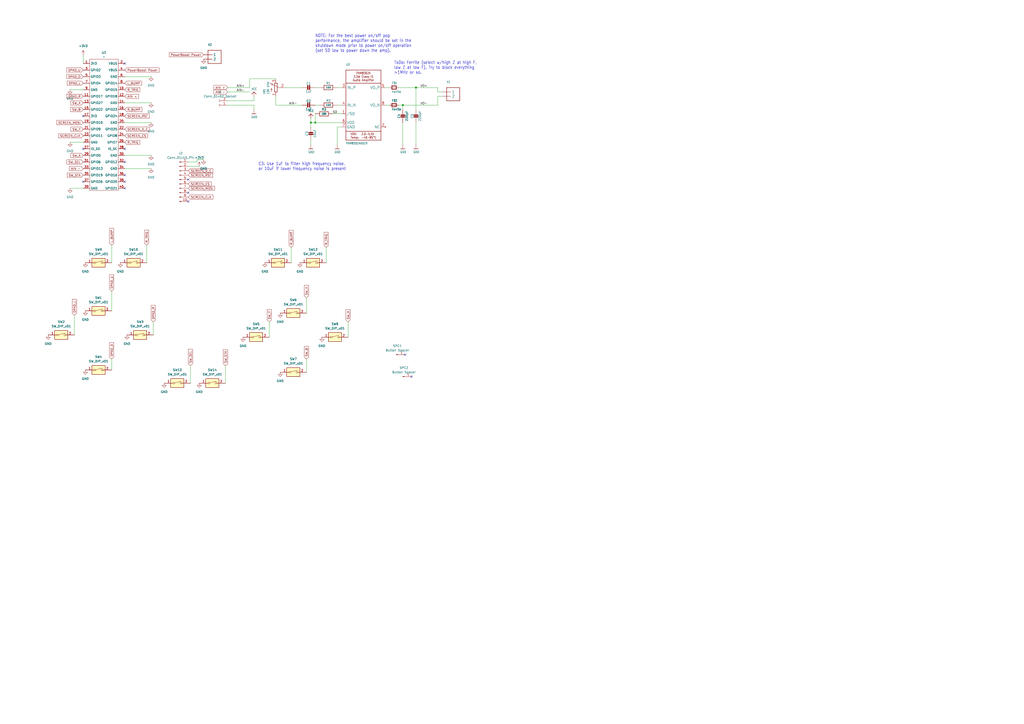
<source format=kicad_sch>
(kicad_sch (version 20250114) (generator "eeschema") (generator_version "9.0")
  (paper "A2")
  (lib_symbols
    (symbol "Adafruit PAM8302-eagle-import:AUDIOAMP_PAM8302A"
      (property "Reference" "U" (at -10.16 22.86 0))
      (symbol "AUDIOAMP_PAM8302A_1_0"
        (polyline (pts (xy -10.16 20.32) (xy 10.16 20.32)) (stroke (width 0.254)))
        (polyline (pts (xy -10.16 12.7) (xy -10.16 20.32)) (stroke (width 0.254)))
        (polyline (pts (xy -10.16 12.7) (xy 10.16 12.7)) (stroke (width 0.254)))
        (polyline (pts (xy -10.16 -15.24) (xy -10.16 12.7)) (stroke (width 0.254)))
        (polyline (pts (xy -10.16 -15.24) (xy -10.16 -20.32)) (stroke (width 0.254)))
        (polyline (pts (xy -10.16 -20.32) (xy 10.16 -20.32)) (stroke (width 0.254)))
        (polyline (pts (xy 10.16 20.32) (xy 10.16 12.7)) (stroke (width 0.254)))
        (polyline (pts (xy 10.16 12.7) (xy 10.16 -15.24)) (stroke (width 0.254)))
        (polyline (pts (xy 10.16 -15.24) (xy -10.16 -15.24)) (stroke (width 0.254)))
        (polyline (pts (xy 10.16 -20.32) (xy 10.16 -15.24)) (stroke (width 0.254)))
        (text "VDD:\nTemp:" (at -7.62 -17.78 0) (effects (font (size 1.27 1.0795)) (justify left)))
        (text "2.0-5.5V\n-40-85°C" (at -1.27 -17.78 0) (effects (font (size 1.27 1.0795)) (justify left)))
        (text "PAM8302A\n2.5W Class-D\nAudio Amplifier" (at 0 16.51 0) (effects (font (size 1.27 1.0795))))
        (pin input line (at -12.7 10.16 0) (length 2.54) (name "IN_P") (number "3"))
        (pin input line (at -12.7 0 0) (length 2.54) (name "IN_N") (number "4"))
        (pin input line (at -12.7 -5.08 0) (length 2.54) (name "/SD") (number "1"))
        (pin power_in line (at -12.7 -10.16 0) (length 2.54) (name "VDD") (number "6"))
        (pin power_in line (at -12.7 -12.7 0) (length 2.54) (name "GND") (number "7"))
        (pin output line (at 12.7 10.16 180) (length 2.54) (name "VO_P") (number "5"))
        (pin output line (at 12.7 0 180) (length 2.54) (name "VO_N") (number "8"))
        (pin no_connect line (at 12.7 -12.7 180) (length 2.54) (name "NC") (number "2"))
      )
    )
    (symbol "Adafruit PAM8302-eagle-import:CAP_CERAMIC0805-NOOUTLINE"
      (property "Reference" "C" (at -2.29 1.25 90))
      (symbol "CAP_CERAMIC0805-NOOUTLINE_1_0"
        (rectangle (start -1.27 1.524) (end 1.27 2.032) (fill (type outline)))
        (rectangle (start -1.27 0.508) (end 1.27 1.016) (fill (type outline)))
        (polyline (pts (xy 0 2.54) (xy 0 1.778)) (stroke (width 0.1524)))
        (polyline (pts (xy 0 0.762) (xy 0 0)) (stroke (width 0.1524)))
        (pin passive line (at 0 5.08 270) (length 2.54) (name "1") (number "1"))
        (pin passive line (at 0 -2.54 90) (length 2.54) (name "2") (number "2"))
      )
    )
    (symbol "Adafruit PAM8302-eagle-import:FERRITE_0805"
      (property "Reference" "FB" (at -1.27 1.905 0))
      (symbol "FERRITE_0805_1_0"
        (polyline (pts (xy -1.27 0.9525) (xy 1.27 0.9525)) (stroke (width 0.4064)))
        (polyline (pts (xy -1.27 -0.9525) (xy -1.27 0.9525)) (stroke (width 0.4064)))
        (polyline (pts (xy 1.27 0.9525) (xy 1.27 -0.9525)) (stroke (width 0.4064)))
        (polyline (pts (xy 1.27 -0.9525) (xy -1.27 -0.9525)) (stroke (width 0.4064)))
        (pin passive line (at -2.54 0 0) (length 2.54) (name "P$1") (number "1"))
        (pin passive line (at 2.54 0 180) (length 2.54) (name "P$2") (number "2"))
      )
    )
    (symbol "Adafruit PAM8302-eagle-import:GND" (power)
      (symbol "GND_1_0"
        (polyline (pts (xy -1.27 0) (xy 1.27 0)) (stroke (width 0.254)))
        (pin power_in line (at 0 2.54 270) (length 2.54) (name "GND") (number "1"))
      )
    )
    (symbol "Adafruit PAM8302-eagle-import:RESISTOR0805_NOOUTLINE"
      (property "Reference" "R" (at 0 2.54 0))
      (symbol "RESISTOR0805_NOOUTLINE_1_0"
        (polyline (pts (xy -2.54 1.27) (xy 2.54 1.27)) (stroke (width 0.254)))
        (polyline (pts (xy -2.54 -1.27) (xy -2.54 1.27)) (stroke (width 0.254)))
        (polyline (pts (xy 2.54 1.27) (xy 2.54 -1.27)) (stroke (width 0.254)))
        (polyline (pts (xy 2.54 -1.27) (xy -2.54 -1.27)) (stroke (width 0.254)))
        (pin passive line (at -5.08 0 0) (length 2.54) (name "1") (number "1"))
        (pin passive line (at 5.08 0 180) (length 2.54) (name "2") (number "2"))
      )
    )
    (symbol "Adafruit PAM8302-eagle-import:TERMBLOCK_1X2"
      (property "Reference" "X" (at -2.54 7.62 0))
      (symbol "TERMBLOCK_1X2_1_0"
        (polyline (pts (xy -2.54 5.08) (xy -2.54 -2.54)) (stroke (width 0.254)))
        (polyline (pts (xy -2.54 -2.54) (xy 5.08 -2.54)) (stroke (width 0.254)))
        (polyline (pts (xy 5.08 5.08) (xy -2.54 5.08)) (stroke (width 0.254)))
        (polyline (pts (xy 5.08 -2.54) (xy 5.08 5.08)) (stroke (width 0.254)))
        (pin passive line (at -5.08 2.54 0) (length 5.08) (name "1") (number "1"))
        (pin passive line (at -5.08 0 0) (length 5.08) (name "2") (number "2"))
      )
    )
    (symbol "Adafruit PAM8302-eagle-import:TRIMPOT3303W/X"
      (property "Reference" "VR" (at -5.969 -3.81 90))
      (symbol "TRIMPOT3303W/X_1_0"
        (polyline (pts (xy -3.1989 2.4495) (xy -1.7018 2.2352)) (stroke (width 0.1524)))
        (polyline (pts (xy -2.54 -0.508) (xy -3.048 -1.524)) (stroke (width 0.1524)))
        (polyline (pts (xy -2.54 -0.508) (xy -2.032 -1.524)) (stroke (width 0.1524)))
        (polyline (pts (xy -2.54 -2.54) (xy -2.54 -0.508)) (stroke (width 0.1524)))
        (polyline (pts (xy -2.1597 1.2939) (xy -3.1989 2.4495)) (stroke (width 0.1524)))
        (polyline (pts (xy -2.1597 1.2939) (xy -1.7018 2.2352)) (stroke (width 0.1524)))
        (polyline (pts (xy -0.762 2.54) (xy -0.762 -2.54)) (stroke (width 0.254)))
        (polyline (pts (xy -0.762 -2.54) (xy 0.762 -2.54)) (stroke (width 0.254)))
        (polyline (pts (xy 0.762 2.54) (xy -0.762 2.54)) (stroke (width 0.254)))
        (polyline (pts (xy 0.762 -2.54) (xy 0.762 2.54)) (stroke (width 0.254)))
        (polyline (pts (xy 1.651 0) (xy -1.8796 1.7526)) (stroke (width 0.1524)))
        (polyline (pts (xy 2.54 0) (xy 1.651 0)) (stroke (width 0.1524)))
        (pin passive line (at 0 5.08 270) (length 2.54) (name "E") (number "3"))
        (pin passive line (at 0 -5.08 90) (length 2.54) (name "A") (number "1"))
        (pin passive line (at 5.08 0 180) (length 2.54) (name "S") (number "2"))
      )
    )
    (symbol "Adafruit PAM8302-eagle-import:VCC" (power)
      (symbol "VCC_1_0"
        (polyline (pts (xy -1.27 -1.27) (xy 0 0)) (stroke (width 0.254)))
        (polyline (pts (xy 0 0) (xy 1.27 -1.27)) (stroke (width 0.254)))
        (pin power_in line (at 0 -2.54 90) (length 2.54) (name "VCC") (number "1"))
      )
    )
    (symbol "Connector:Conn_01x01_Pin" (pin_names (offset 1.016) (hide yes))
      (property "Reference" "J" (at 0 2.54 0))
      (property "Value" "Conn_01x01_Pin" (at 0 -2.54 0))
      (symbol "Conn_01x01_Pin_1_1"
        (rectangle (start 0.8636 0.127) (end 0 -0.127) (stroke (width 0.1524)) (fill (type outline)))
        (polyline (pts (xy 1.27 0) (xy 0.8636 0)) (stroke (width 0.1524)))
        (pin passive line (at 5.08 0 180) (length 3.81) (name "Pin_1") (number "1"))
      )
    )
    (symbol "Connector:Conn_01x02_Socket" (pin_names (offset 1.016) (hide yes))
      (property "Reference" "J" (at 0 2.54 0))
      (property "Value" "Conn_01x02_Socket" (at 0 -5.08 0))
      (symbol "Conn_01x02_Socket_1_1"
        (polyline (pts (xy -1.27 0) (xy -0.508 0)) (stroke (width 0.1524)))
        (polyline (pts (xy -1.27 -2.54) (xy -0.508 -2.54)) (stroke (width 0.1524)))
        (arc (start 0 -0.508) (mid -0.5058 0) (end 0 0.508) (stroke (width 0.1524)))
        (arc (start 0 -3.048) (mid -0.5058 -2.54) (end 0 -2.032) (stroke (width 0.1524)))
        (pin passive line (at -5.08 0 0) (length 3.81) (name "Pin_1") (number "1"))
        (pin passive line (at -5.08 -2.54 0) (length 3.81) (name "Pin_2") (number "2"))
      )
    )
    (symbol "Connector:Conn_01x10_Pin" (pin_names (offset 1.016) (hide yes))
      (property "Reference" "J" (at 0 12.7 0))
      (property "Value" "Conn_01x10_Pin" (at 0 -15.24 0))
      (symbol "Conn_01x10_Pin_1_1"
        (rectangle (start 0.8636 10.287) (end 0 10.033) (stroke (width 0.1524)) (fill (type outline)))
        (rectangle (start 0.8636 7.747) (end 0 7.493) (stroke (width 0.1524)) (fill (type outline)))
        (rectangle (start 0.8636 5.207) (end 0 4.953) (stroke (width 0.1524)) (fill (type outline)))
        (rectangle (start 0.8636 2.667) (end 0 2.413) (stroke (width 0.1524)) (fill (type outline)))
        (rectangle (start 0.8636 0.127) (end 0 -0.127) (stroke (width 0.1524)) (fill (type outline)))
        (rectangle (start 0.8636 -2.413) (end 0 -2.667) (stroke (width 0.1524)) (fill (type outline)))
        (rectangle (start 0.8636 -4.953) (end 0 -5.207) (stroke (width 0.1524)) (fill (type outline)))
        (rectangle (start 0.8636 -7.493) (end 0 -7.747) (stroke (width 0.1524)) (fill (type outline)))
        (rectangle (start 0.8636 -10.033) (end 0 -10.287) (stroke (width 0.1524)) (fill (type outline)))
        (rectangle (start 0.8636 -12.573) (end 0 -12.827) (stroke (width 0.1524)) (fill (type outline)))
        (polyline (pts (xy 1.27 10.16) (xy 0.8636 10.16)) (stroke (width 0.1524)))
        (polyline (pts (xy 1.27 7.62) (xy 0.8636 7.62)) (stroke (width 0.1524)))
        (polyline (pts (xy 1.27 5.08) (xy 0.8636 5.08)) (stroke (width 0.1524)))
        (polyline (pts (xy 1.27 2.54) (xy 0.8636 2.54)) (stroke (width 0.1524)))
        (polyline (pts (xy 1.27 0) (xy 0.8636 0)) (stroke (width 0.1524)))
        (polyline (pts (xy 1.27 -2.54) (xy 0.8636 -2.54)) (stroke (width 0.1524)))
        (polyline (pts (xy 1.27 -5.08) (xy 0.8636 -5.08)) (stroke (width 0.1524)))
        (polyline (pts (xy 1.27 -7.62) (xy 0.8636 -7.62)) (stroke (width 0.1524)))
        (polyline (pts (xy 1.27 -10.16) (xy 0.8636 -10.16)) (stroke (width 0.1524)))
        (polyline (pts (xy 1.27 -12.7) (xy 0.8636 -12.7)) (stroke (width 0.1524)))
        (pin passive line (at 5.08 10.16 180) (length 3.81) (name "Pin_1") (number "1"))
        (pin passive line (at 5.08 7.62 180) (length 3.81) (name "Pin_2") (number "2"))
        (pin passive line (at 5.08 5.08 180) (length 3.81) (name "Pin_3") (number "3"))
        (pin passive line (at 5.08 2.54 180) (length 3.81) (name "Pin_4") (number "4"))
        (pin passive line (at 5.08 0 180) (length 3.81) (name "Pin_5") (number "5"))
        (pin passive line (at 5.08 -2.54 180) (length 3.81) (name "Pin_6") (number "6"))
        (pin passive line (at 5.08 -5.08 180) (length 3.81) (name "Pin_7") (number "7"))
        (pin passive line (at 5.08 -7.62 180) (length 3.81) (name "Pin_8") (number "8"))
        (pin passive line (at 5.08 -10.16 180) (length 3.81) (name "Pin_9") (number "9"))
        (pin passive line (at 5.08 -12.7 180) (length 3.81) (name "Pin_10") (number "10"))
      )
    )
    (symbol "Switch:SW_DIP_x01" (pin_names (offset 0) (hide yes))
      (property "Reference" "SW" (at 0 3.81 0))
      (property "Value" "SW_DIP_x01" (at 0 -3.81 0))
      (symbol "SW_DIP_x01_0_0"
        (circle (center -2.032 0) (radius 0.508))
        (polyline (pts (xy -1.524 0.127) (xy 2.3622 1.1684)))
        (circle (center 2.032 0) (radius 0.508))
      )
      (symbol "SW_DIP_x01_0_1"
        (rectangle (start -3.81 2.54) (end 3.81 -2.54) (stroke (width 0.254)) (fill (type background)))
      )
      (symbol "SW_DIP_x01_1_1"
        (pin passive line (at -7.62 0 0) (length 5.08) (name "~") (number "1"))
        (pin passive line (at 7.62 0 180) (length 5.08) (name "~") (number "2"))
      )
    )
    (symbol "pi_zero_connector:RPI_Zero_Header"
      (property "Reference" "U" (at 0 0 0))
      (symbol "RPI_Zero_Header_0_1"
        (rectangle (start -6.35 19.05) (end 10.16 -57.15))
      )
      (symbol "RPI_Zero_Header_1_1"
        (pin passive line (at -10.16 16.51 0) (length 3.81) (name "3V3") (number "1"))
        (pin passive line (at -10.16 12.7 0) (length 3.81) (name "GPIO2") (number "3"))
        (pin passive line (at -10.16 8.89 0) (length 3.81) (name "GPIO3") (number "5"))
        (pin passive line (at -10.16 5.08 0) (length 3.81) (name "GPIO4") (number "7"))
        (pin passive line (at -10.16 1.27 0) (length 3.81) (name "GND") (number "9"))
        (pin passive line (at -10.16 -2.54 0) (length 3.81) (name "GPIO17") (number "11"))
        (pin passive line (at -10.16 -6.35 0) (length 3.81) (name "GPIO27") (number "13"))
        (pin passive line (at -10.16 -10.16 0) (length 3.81) (name "GPIO22") (number "15"))
        (pin passive line (at -10.16 -13.97 0) (length 3.81) (name "3V3") (number "17"))
        (pin passive line (at -10.16 -17.78 0) (length 3.81) (name "GPIO10") (number "19"))
        (pin passive line (at -10.16 -21.59 0) (length 3.81) (name "GPIO9") (number "21"))
        (pin passive line (at -10.16 -25.4 0) (length 3.81) (name "GPIO11") (number "23"))
        (pin passive line (at -10.16 -29.21 0) (length 3.81) (name "GND") (number "25"))
        (pin passive line (at -10.16 -33.02 0) (length 3.81) (name "ID_SD") (number "27"))
        (pin passive line (at -10.16 -36.83 0) (length 3.81) (name "GPIO5") (number "29"))
        (pin passive line (at -10.16 -40.64 0) (length 3.81) (name "GPIO6") (number "31"))
        (pin passive line (at -10.16 -44.45 0) (length 3.81) (name "GPIO13") (number "33"))
        (pin passive line (at -10.16 -48.26 0) (length 3.81) (name "GPIO19") (number "35"))
        (pin passive line (at -10.16 -52.07 0) (length 3.81) (name "GPIO26") (number "37"))
        (pin passive line (at -10.16 -55.88 0) (length 3.81) (name "GND") (number "39"))
        (pin passive line (at 13.97 16.51 180) (length 3.81) (name "VBUS") (number "2"))
        (pin passive line (at 13.97 12.7 180) (length 3.81) (name "VBUS") (number "4"))
        (pin passive line (at 13.97 8.89 180) (length 3.81) (name "GND") (number "6"))
        (pin passive line (at 13.97 5.08 180) (length 3.81) (name "GPIO14") (number "8"))
        (pin passive line (at 13.97 1.27 180) (length 3.81) (name "GPIO15") (number "10"))
        (pin passive line (at 13.97 -2.54 180) (length 3.81) (name "GPIO18") (number "12"))
        (pin passive line (at 13.97 -6.35 180) (length 3.81) (name "GND") (number "14"))
        (pin passive line (at 13.97 -10.16 180) (length 3.81) (name "GPIO23") (number "16"))
        (pin passive line (at 13.97 -13.97 180) (length 3.81) (name "GPIO24") (number "18"))
        (pin passive line (at 13.97 -17.78 180) (length 3.81) (name "GND") (number "20"))
        (pin passive line (at 13.97 -21.59 180) (length 3.81) (name "GPIO25") (number "22"))
        (pin passive line (at 13.97 -25.4 180) (length 3.81) (name "GPIO8") (number "24"))
        (pin passive line (at 13.97 -29.21 180) (length 3.81) (name "GPIO7") (number "26"))
        (pin passive line (at 13.97 -33.02 180) (length 3.81) (name "ID_SC") (number "28"))
        (pin passive line (at 13.97 -36.83 180) (length 3.81) (name "GND") (number "30"))
        (pin passive line (at 13.97 -40.64 180) (length 3.81) (name "GPIO12") (number "32"))
        (pin passive line (at 13.97 -44.45 180) (length 3.81) (name "GND") (number "34"))
        (pin passive line (at 13.97 -48.26 180) (length 3.81) (name "GPIO16") (number "36"))
        (pin passive line (at 13.97 -52.07 180) (length 3.81) (name "GPIO20") (number "38"))
        (pin passive line (at 13.97 -55.88 180) (length 3.81) (name "GPIO21") (number "40"))
      )
    )
    (symbol "power:+3V3" (power) (pin_numbers (hide yes)) (pin_names (offset 0) (hide yes))
      (property "Value" "+3V3" (at 0 3.556 0))
      (symbol "+3V3_0_1"
        (polyline (pts (xy -0.762 1.27) (xy 0 2.54)))
        (polyline (pts (xy 0 2.54) (xy 0.762 1.27)))
        (polyline (pts (xy 0 0) (xy 0 2.54)))
      )
      (symbol "+3V3_1_1"
        (pin power_in line (at 0 0 90) (length 0) (name "~") (number "1"))
      )
    )
    (symbol "power:GND" (power) (pin_numbers (hide yes)) (pin_names (offset 0) (hide yes))
      (property "Value" "GND" (at 0 -3.81 0))
      (symbol "GND_0_1"
        (polyline (pts (xy 0 0) (xy 0 -1.27) (xy 1.27 -1.27) (xy 0 -2.54) (xy -1.27 -1.27) (xy 0 -1.27)))
      )
      (symbol "GND_1_1"
        (pin power_in line (at 0 0 270) (length 0) (name "~") (number "1"))
      )
    )
  )
  (text "NOTE: For the best power on/off pop\nperformance, the amplifier should be set in the\nshutdown mode prior to power on/off operation\n(set SD low to power down the amp)." (at 182.88 30.48 0) (effects (font (size 1.778 1.5113)) (justify left bottom)))
  (text "C3: Use 1uF to filter high frequency noise,\nor 10uF if lower frequency noise is present" (at 149.86 99.06 0) (effects (font (size 1.778 1.5113)) (justify left bottom)))
  (text "ToDo: Ferrite (select w/high Z at high F,\nlow Z at low F). Try to block everything\n>1MHz or so." (at 228.6 43.18 0) (effects (font (size 1.778 1.5113)) (justify left bottom)))
  (junction (at 180.34 71.12))
  (junction (at 241.3 50.8))
  (junction (at 182.88 71.12))
  (junction (at 233.68 60.96))
  (no_connect (at 72.39 93.98))
  (no_connect (at 109.22 111.76))
  (no_connect (at 48.26 67.31))
  (no_connect (at 109.22 116.84))
  (no_connect (at 48.26 86.36))
  (no_connect (at 48.26 105.41))
  (no_connect (at 109.22 104.14))
  (no_connect (at 72.39 105.41))
  (no_connect (at 72.39 109.22))
  (no_connect (at 234.95 205.74))
  (no_connect (at 238.76 218.44))
  (no_connect (at 72.39 86.36))
  (no_connect (at 72.39 36.83))
  (no_connect (at 72.39 101.6))
  (wire (pts (xy 256.54 55.88) (xy 254 55.88)) (stroke (width 0.1524)))
  (wire (pts (xy 48.26 31.75) (xy 48.26 36.83)))
  (wire (pts (xy 182.88 66.04) (xy 182.88 71.12)) (stroke (width 0.1524)))
  (wire (pts (xy 177.8 172.72) (xy 177.8 181.61)))
  (wire (pts (xy 147.32 58.42) (xy 147.32 55.88)) (stroke (width 0.1524)))
  (wire (pts (xy 64.77 208.28) (xy 64.77 214.63)))
  (wire (pts (xy 147.32 60.96) (xy 147.32 63.5)) (stroke (width 0.1524)))
  (wire (pts (xy 144.78 45.72) (xy 160.02 45.72)) (stroke (width 0.1524)))
  (wire (pts (xy 241.3 71.12) (xy 241.3 83.82)) (stroke (width 0.1524)))
  (wire (pts (xy 114.3 92.71) (xy 114.3 93.98)))
  (wire (pts (xy 198.12 60.96) (xy 195.58 60.96)) (stroke (width 0.1524)))
  (wire (pts (xy 87.63 59.69) (xy 72.39 59.69)))
  (wire (pts (xy 198.12 73.66) (xy 195.58 73.66)) (stroke (width 0.1524)))
  (wire (pts (xy 40.64 109.22) (xy 48.26 109.22)))
  (wire (pts (xy 180.34 81.28) (xy 180.34 83.82)) (stroke (width 0.1524)))
  (wire (pts (xy 88.9 186.69) (xy 88.9 194.31)))
  (wire (pts (xy 223.52 60.96) (xy 226.06 60.96)) (stroke (width 0.1524)))
  (wire (pts (xy 233.68 71.12) (xy 233.68 83.82)) (stroke (width 0.1524)))
  (wire (pts (xy 132.08 58.42) (xy 147.32 58.42)) (stroke (width 0.1524)))
  (wire (pts (xy 185.42 60.96) (xy 182.88 60.96)) (stroke (width 0.1524)))
  (wire (pts (xy 241.3 50.8) (xy 241.3 63.5)) (stroke (width 0.1524)))
  (wire (pts (xy 189.23 143.51) (xy 189.23 152.4)))
  (wire (pts (xy 231.14 60.96) (xy 233.68 60.96)) (stroke (width 0.1524)))
  (wire (pts (xy 198.12 50.8) (xy 195.58 50.8)) (stroke (width 0.1524)))
  (wire (pts (xy 130.81 212.09) (xy 130.81 222.25)))
  (wire (pts (xy 231.14 50.8) (xy 241.3 50.8)) (stroke (width 0.1524)))
  (wire (pts (xy 64.77 168.91) (xy 64.77 180.34)))
  (wire (pts (xy 233.68 60.96) (xy 233.68 63.5)) (stroke (width 0.1524)))
  (wire (pts (xy 114.3 93.98) (xy 109.22 93.98)))
  (wire (pts (xy 175.26 60.96) (xy 160.02 60.96)) (stroke (width 0.1524)))
  (wire (pts (xy 40.64 82.55) (xy 48.26 82.55)))
  (wire (pts (xy 87.63 97.79) (xy 72.39 97.79)))
  (wire (pts (xy 132.08 60.96) (xy 147.32 60.96)) (stroke (width 0.1524)))
  (wire (pts (xy 144.78 50.8) (xy 144.78 45.72)) (stroke (width 0.1524)))
  (wire (pts (xy 115.57 96.52) (xy 109.22 96.52)))
  (wire (pts (xy 223.52 50.8) (xy 226.06 50.8)) (stroke (width 0.1524)))
  (wire (pts (xy 254 53.34) (xy 254 50.8)) (stroke (width 0.1524)))
  (wire (pts (xy 254 55.88) (xy 254 60.96)) (stroke (width 0.1524)))
  (wire (pts (xy 85.09 142.24) (xy 85.09 152.4)))
  (wire (pts (xy 241.3 50.8) (xy 254 50.8)) (stroke (width 0.1524)))
  (wire (pts (xy 256.54 53.34) (xy 254 53.34)) (stroke (width 0.1524)))
  (wire (pts (xy 180.34 71.12) (xy 180.34 68.58)) (stroke (width 0.1524)))
  (wire (pts (xy 233.68 60.96) (xy 254 60.96)) (stroke (width 0.1524)))
  (wire (pts (xy 110.49 212.09) (xy 110.49 222.25)))
  (wire (pts (xy 87.63 90.17) (xy 72.39 90.17)))
  (wire (pts (xy 177.8 208.28) (xy 177.8 215.9)))
  (wire (pts (xy 40.64 52.07) (xy 48.26 52.07)))
  (wire (pts (xy 156.21 186.69) (xy 156.21 195.58)))
  (wire (pts (xy 118.11 92.71) (xy 114.3 92.71)))
  (wire (pts (xy 160.02 60.96) (xy 160.02 55.88)) (stroke (width 0.1524)))
  (wire (pts (xy 43.18 182.88) (xy 43.18 194.31)))
  (wire (pts (xy 182.88 50.8) (xy 185.42 50.8)) (stroke (width 0.1524)))
  (wire (pts (xy 198.12 66.04) (xy 193.04 66.04)) (stroke (width 0.1524)))
  (wire (pts (xy 201.93 186.69) (xy 201.93 195.58)))
  (wire (pts (xy 195.58 73.66) (xy 195.58 83.82)) (stroke (width 0.1524)))
  (wire (pts (xy 198.12 71.12) (xy 182.88 71.12)) (stroke (width 0.1524)))
  (wire (pts (xy 168.91 143.51) (xy 168.91 152.4)))
  (wire (pts (xy 165.1 50.8) (xy 175.26 50.8)) (stroke (width 0.1524)))
  (wire (pts (xy 182.88 71.12) (xy 180.34 71.12)) (stroke (width 0.1524)))
  (wire (pts (xy 87.63 71.12) (xy 72.39 71.12)))
  (wire (pts (xy 144.78 53.34) (xy 132.08 53.34)) (stroke (width 0.1524)))
  (wire (pts (xy 180.34 71.12) (xy 180.34 73.66)) (stroke (width 0.1524)))
  (wire (pts (xy 72.39 44.45) (xy 87.63 44.45)))
  (wire (pts (xy 64.77 142.24) (xy 64.77 152.4)))
  (wire (pts (xy 144.78 50.8) (xy 132.08 50.8)) (stroke (width 0.1524)))
  (label "VO+" (at 243.84 50.8 0) (effects (font (size 1.2446 1.2446))))
  (label "SD" (at 193.04 66.04 0) (effects (font (size 1.2446 1.2446))))
  (label "AIN-" (at 167.64 60.96 0) (effects (font (size 1.2446 1.2446))))
  (label "AIN-" (at 137.16 53.34 0) (effects (font (size 1.2446 1.2446))))
  (label "AIN+" (at 137.16 50.8 0) (effects (font (size 1.2446 1.2446))))
  (label "VO-" (at 243.84 60.96 0) (effects (font (size 1.2446 1.2446))))
  (global_label "SCREEN_CS" (shape input) (at 72.39 78.74 0) (property "Intersheetrefs" "${INTERSHEET_REFS}" (effects (hide yes))))
  (global_label "SW_X" (shape input) (at 177.8 172.72 90) (property "Intersheetrefs" "${INTERSHEET_REFS}" (effects (hide yes))))
  (global_label "L_BUMP" (shape input) (at 64.77 142.24 90) (property "Intersheetrefs" "${INTERSHEET_REFS}" (effects (hide yes))))
  (global_label "R_TRIG" (shape input) (at 72.39 82.55 0) (property "Intersheetrefs" "${INTERSHEET_REFS}" (effects (hide yes))))
  (global_label "SCREEN_CLK" (shape input) (at 109.22 114.3 0) (property "Intersheetrefs" "${INTERSHEET_REFS}" (effects (hide yes))))
  (global_label "DPAD_L" (shape input) (at 48.26 48.26 180) (property "Intersheetrefs" "${INTERSHEET_REFS}" (effects (hide yes))))
  (global_label "SCREEN_RST" (shape input) (at 109.22 101.6 0) (property "Intersheetrefs" "${INTERSHEET_REFS}" (effects (hide yes))))
  (global_label "SW_STA" (shape input) (at 130.81 212.09 90) (property "Intersheetrefs" "${INTERSHEET_REFS}" (effects (hide yes))))
  (global_label "SW_X" (shape input) (at 48.26 59.69 180) (property "Intersheetrefs" "${INTERSHEET_REFS}" (effects (hide yes))))
  (global_label "AIN +" (shape input) (at 132.08 50.8 180) (property "Intersheetrefs" "${INTERSHEET_REFS}" (effects (hide yes))))
  (global_label "SW_B" (shape input) (at 177.8 208.28 90) (property "Intersheetrefs" "${INTERSHEET_REFS}" (effects (hide yes))))
  (global_label "DPAD_U" (shape input) (at 48.26 40.64 180) (property "Intersheetrefs" "${INTERSHEET_REFS}" (effects (hide yes))))
  (global_label "DPAD_R" (shape input) (at 48.26 55.88 180) (property "Intersheetrefs" "${INTERSHEET_REFS}" (effects (hide yes))))
  (global_label "PowerBoost Power" (shape input) (at 72.39 40.64 0) (property "Intersheetrefs" "${INTERSHEET_REFS}" (effects (hide yes))))
  (global_label "R_TRIG" (shape input) (at 85.09 142.24 90) (property "Intersheetrefs" "${INTERSHEET_REFS}" (effects (hide yes))))
  (global_label "AIN -" (shape input) (at 132.08 53.34 180) (property "Intersheetrefs" "${INTERSHEET_REFS}" (effects (hide yes))))
  (global_label "SW_A" (shape input) (at 48.26 90.17 180) (property "Intersheetrefs" "${INTERSHEET_REFS}" (effects (hide yes))))
  (global_label "SW_B" (shape input) (at 48.26 63.5 180) (property "Intersheetrefs" "${INTERSHEET_REFS}" (effects (hide yes))))
  (global_label "R_TRIG" (shape input) (at 189.23 143.51 90) (property "Intersheetrefs" "${INTERSHEET_REFS}" (effects (hide yes))))
  (global_label "SW_Y" (shape input) (at 156.21 186.69 90) (property "Intersheetrefs" "${INTERSHEET_REFS}" (effects (hide yes))))
  (global_label "SCREEN_MOSI" (shape input) (at 109.22 109.22 0) (property "Intersheetrefs" "${INTERSHEET_REFS}" (effects (hide yes))))
  (global_label "AIN -" (shape input) (at 48.26 97.79 180) (property "Intersheetrefs" "${INTERSHEET_REFS}" (effects (hide yes))))
  (global_label "SCREEN_D_C" (shape input) (at 72.39 74.93 0) (property "Intersheetrefs" "${INTERSHEET_REFS}" (effects (hide yes))))
  (global_label "SCREEN_RST" (shape input) (at 72.39 67.31 0) (property "Intersheetrefs" "${INTERSHEET_REFS}" (effects (hide yes))))
  (global_label "SW_Y" (shape input) (at 48.26 74.93 180) (property "Intersheetrefs" "${INTERSHEET_REFS}" (effects (hide yes))))
  (global_label "SCREEN_D_C" (shape input) (at 109.22 99.06 0) (property "Intersheetrefs" "${INTERSHEET_REFS}" (effects (hide yes))))
  (global_label "SW_SEL" (shape input) (at 48.26 93.98 180) (property "Intersheetrefs" "${INTERSHEET_REFS}" (effects (hide yes))))
  (global_label "SCREEN_MOSI" (shape input) (at 48.26 71.12 180) (property "Intersheetrefs" "${INTERSHEET_REFS}" (effects (hide yes))))
  (global_label "AIN +" (shape input) (at 72.39 55.88 0) (property "Intersheetrefs" "${INTERSHEET_REFS}" (effects (hide yes))))
  (global_label "R_BUMP" (shape input) (at 72.39 63.5 0) (property "Intersheetrefs" "${INTERSHEET_REFS}" (effects (hide yes))))
  (global_label "SW_STA" (shape input) (at 48.26 101.6 180) (property "Intersheetrefs" "${INTERSHEET_REFS}" (effects (hide yes))))
  (global_label "SW_SEL" (shape input) (at 110.49 212.09 90) (property "Intersheetrefs" "${INTERSHEET_REFS}" (effects (hide yes))))
  (global_label "R_BUMP" (shape input) (at 168.91 143.51 90) (property "Intersheetrefs" "${INTERSHEET_REFS}" (effects (hide yes))))
  (global_label "DPAD_D" (shape input) (at 64.77 208.28 90) (property "Intersheetrefs" "${INTERSHEET_REFS}" (effects (hide yes))))
  (global_label "L_BUMP" (shape input) (at 72.39 48.26 0) (property "Intersheetrefs" "${INTERSHEET_REFS}" (effects (hide yes))))
  (global_label "DPAD_D" (shape input) (at 48.26 44.45 180) (property "Intersheetrefs" "${INTERSHEET_REFS}" (effects (hide yes))))
  (global_label "SCREEN_CS" (shape input) (at 109.22 106.68 0) (property "Intersheetrefs" "${INTERSHEET_REFS}" (effects (hide yes))))
  (global_label "DPAD_L" (shape input) (at 43.18 182.88 90) (property "Intersheetrefs" "${INTERSHEET_REFS}" (effects (hide yes))))
  (global_label "DPAD_R" (shape input) (at 88.9 186.69 90) (property "Intersheetrefs" "${INTERSHEET_REFS}" (effects (hide yes))))
  (global_label "SCREEN_CLK" (shape input) (at 48.26 78.74 180) (property "Intersheetrefs" "${INTERSHEET_REFS}" (effects (hide yes))))
  (global_label "SW_A" (shape input) (at 201.93 186.69 90) (property "Intersheetrefs" "${INTERSHEET_REFS}" (effects (hide yes))))
  (global_label "R_TRIG" (shape input) (at 72.39 52.07 0) (property "Intersheetrefs" "${INTERSHEET_REFS}" (effects (hide yes))))
  (global_label "DPAD_U" (shape input) (at 64.77 168.91 90) (property "Intersheetrefs" "${INTERSHEET_REFS}" (effects (hide yes))))
  (global_label "PowerBoost Power" (shape input) (at 118.11 31.75 180) (property "Intersheetrefs" "${INTERSHEET_REFS}" (effects (hide yes))))
  (symbol (lib_id "Adafruit PAM8302-eagle-import:CAP_CERAMIC0805-NOOUTLINE") (at 241.3 68.58 0) (unit 1)
    (property "Reference" "C5" (at 239.01 67.33 90))
    (property "Value" "220pF" (at 243.6 67.33 90))
    (property "Footprint" "Capacitor_SMD:C_0805_2012Metric_Pad1.18x1.45mm_HandSolder" (effects (hide yes)))
  )
  (symbol (lib_id "Adafruit PAM8302-eagle-import:GND") (at 233.68 86.36 0) (unit 1)
    (property "Reference" "#U$07" (effects (hide yes)))
    (property "Value" "GND" (at 232.156 88.9 0) (effects (font (size 1.27 1.0795)) (justify left bottom)))
  )
  (symbol (lib_id "Adafruit PAM8302-eagle-import:TERMBLOCK_1X2") (at 123.19 34.29 0) (unit 1)
    (property "Reference" "X2" (at 120.65 26.67 0) (effects (font (size 1.27 1.0795)) (justify left bottom)))
    (property "Value" "TERMBLOCK_1X2" (effects (hide yes)))
    (property "Footprint" "TerminalBlock_4Ucon:TerminalBlock_4Ucon_1x02_P3.50mm_Horizontal" (effects (hide yes)))
  )
  (symbol (lib_id "Adafruit PAM8302-eagle-import:FERRITE_0805") (at 228.6 50.8 0) (unit 1)
    (property "Reference" "FB1" (at 227.33 48.895 0) (effects (font (size 1.27 1.0795)) (justify left bottom)))
    (property "Value" "Ferrite" (at 227.33 53.975 0) (effects (font (size 1.27 1.0795)) (justify left bottom)))
    (property "Footprint" "Capacitor_SMD:C_0805_2012Metric" (effects (hide yes)))
  )
  (symbol (lib_id "Adafruit PAM8302-eagle-import:GND") (at 241.3 86.36 0) (unit 1)
    (property "Reference" "#U$08" (effects (hide yes)))
    (property "Value" "GND" (at 239.776 88.9 0) (effects (font (size 1.27 1.0795)) (justify left bottom)))
  )
  (symbol (lib_id "Adafruit PAM8302-eagle-import:AUDIOAMP_PAM8302A") (at 210.82 60.96 0) (unit 1)
    (property "Reference" "U3" (at 200.66 38.1 0) (effects (font (size 1.27 1.0795)) (justify left bottom)))
    (property "Value" "PAM8302AASCR" (at 200.66 83.82 0) (effects (font (size 1.27 1.0795)) (justify left bottom)))
    (property "Footprint" "lib:PAM8302AADCR" (effects (hide yes)))
  )
  (symbol (lib_id "power:GND") (at 118.11 92.71 0) (unit 1)
    (property "Reference" "#PWR023" (effects (hide yes)))
    (property "Value" "GND" (at 118.11 97.79 0))
    (property "Description" "Power symbol creates a global label with name \"GND\" , ground" (effects (hide yes)))
  )
  (symbol (lib_id "power:GND") (at 49.53 214.63 0) (unit 1)
    (property "Reference" "#PWR04" (effects (hide yes)))
    (property "Value" "GND" (at 49.53 219.71 0))
    (property "Description" "Power symbol creates a global label with name \"GND\" , ground" (effects (hide yes)))
  )
  (symbol (lib_id "Switch:SW_DIP_x01") (at 161.29 152.4 0) (unit 1)
    (property "Reference" "SW11" (at 161.29 144.78 0))
    (property "Value" "SW_DIP_x01" (at 161.29 147.32 0))
    (property "Footprint" "Connector_PinHeader_2.54mm:PinHeader_1x02_P2.54mm_Vertical" (effects (hide yes)))
    (property "Description" "1x DIP Switch, Single Pole Single Throw (SPST) switch, small symbol" (effects (hide yes)))
  )
  (symbol (lib_id "Switch:SW_DIP_x01") (at 81.28 194.31 0) (unit 1)
    (property "Reference" "SW3" (at 81.28 186.69 0))
    (property "Value" "SW_DIP_x01" (at 81.28 189.23 0))
    (property "Footprint" "Button_Switch_THT:SW_PUSH_6mm" (effects (hide yes)))
    (property "Description" "1x DIP Switch, Single Pole Single Throw (SPST) switch, small symbol" (effects (hide yes)))
  )
  (symbol (lib_id "power:GND") (at 87.63 90.17 0) (unit 1)
    (property "Reference" "#PWR020" (effects (hide yes)))
    (property "Value" "GND" (at 87.63 95.25 0))
    (property "Description" "Power symbol creates a global label with name \"GND\" , ground" (effects (hide yes)))
  )
  (symbol (lib_id "Adafruit PAM8302-eagle-import:CAP_CERAMIC0805-NOOUTLINE") (at 180.34 78.74 0) (unit 1)
    (property "Reference" "C3" (at 178.05 77.49 90))
    (property "Value" "10uF" (at 182.64 77.49 90))
    (property "Footprint" "Capacitor_SMD:C_0805_2012Metric_Pad1.18x1.45mm_HandSolder" (effects (hide yes)))
  )
  (symbol (lib_id "power:GND") (at 186.69 195.58 0) (unit 1)
    (property "Reference" "#PWR013" (effects (hide yes)))
    (property "Value" "GND" (at 186.69 200.66 0))
    (property "Description" "Power symbol creates a global label with name \"GND\" , ground" (effects (hide yes)))
  )
  (symbol (lib_id "pi_zero_connector:RPI_Zero_Header") (at 58.42 53.34 0) (unit 1)
    (property "Reference" "U1" (at 60.325 30.48 0))
    (property "Value" "~" (at 60.325 33.02 0))
    (property "Footprint" "lib:RPI Zero Footprint" (effects (hide yes)))
  )
  (symbol (lib_id "Connector:Conn_01x02_Socket") (at 127 60.96 180) (unit 1)
    (property "Reference" "J1" (at 127.635 53.34 0))
    (property "Value" "Conn_01x02_Socket" (at 127.635 55.88 0))
    (property "Footprint" "Connector_PinHeader_2.54mm:PinHeader_1x02_P2.54mm_Vertical" (effects (hide yes)))
    (property "Description" "Generic connector, single row, 01x02, script generated" (effects (hide yes)))
  )
  (symbol (lib_id "Switch:SW_DIP_x01") (at 181.61 152.4 0) (unit 1)
    (property "Reference" "SW12" (at 181.61 144.78 0))
    (property "Value" "SW_DIP_x01" (at 181.61 147.32 0))
    (property "Footprint" "Connector_PinHeader_2.54mm:PinHeader_1x02_P2.54mm_Vertical" (effects (hide yes)))
    (property "Description" "1x DIP Switch, Single Pole Single Throw (SPST) switch, small symbol" (effects (hide yes)))
  )
  (symbol (lib_id "Adafruit PAM8302-eagle-import:VCC") (at 180.34 66.04 0) (unit 1)
    (property "Reference" "#P+01" (effects (hide yes)))
    (property "Value" "VCC" (at 178.816 65.024 0) (effects (font (size 1.27 1.0795)) (justify left bottom)))
  )
  (symbol (lib_id "Adafruit PAM8302-eagle-import:CAP_CERAMIC0805-NOOUTLINE") (at 177.8 50.8 270) (unit 1)
    (property "Reference" "C1" (at 179.05 48.51 90))
    (property "Value" "1uF" (at 179.05 53.1 90))
    (property "Footprint" "Capacitor_SMD:C_0805_2012Metric_Pad1.18x1.45mm_HandSolder" (effects (hide yes)))
  )
  (symbol (lib_id "Switch:SW_DIP_x01") (at 194.31 195.58 0) (unit 1)
    (property "Reference" "SW8" (at 194.31 187.96 0))
    (property "Value" "SW_DIP_x01" (at 194.31 190.5 0))
    (property "Footprint" "Button_Switch_THT:SW_PUSH_6mm" (effects (hide yes)))
    (property "Description" "1x DIP Switch, Single Pole Single Throw (SPST) switch, small symbol" (effects (hide yes)))
  )
  (symbol (lib_id "Switch:SW_DIP_x01") (at 148.59 195.58 0) (unit 1)
    (property "Reference" "SW5" (at 148.59 187.96 0))
    (property "Value" "SW_DIP_x01" (at 148.59 190.5 0))
    (property "Footprint" "Button_Switch_THT:SW_PUSH_6mm" (effects (hide yes)))
    (property "Description" "1x DIP Switch, Single Pole Single Throw (SPST) switch, small symbol" (effects (hide yes)))
  )
  (symbol (lib_id "Connector:Conn_01x01_Pin") (at 233.68 218.44 0) (unit 1)
    (property "Reference" "SPC2" (at 234.315 213.36 0))
    (property "Value" "Button Spacer" (at 234.315 215.9 0))
    (property "Footprint" "lib:button_spacer" (effects (hide yes)))
    (property "Description" "Generic connector, single row, 01x01, script generated" (effects (hide yes)))
  )
  (symbol (lib_id "Adafruit PAM8302-eagle-import:GND") (at 195.58 86.36 0) (unit 1)
    (property "Reference" "#U$02" (effects (hide yes)))
    (property "Value" "GND" (at 194.056 88.9 0) (effects (font (size 1.27 1.0795)) (justify left bottom)))
  )
  (symbol (lib_id "power:GND") (at 162.56 215.9 0) (unit 1)
    (property "Reference" "#PWR014" (effects (hide yes)))
    (property "Value" "GND" (at 162.56 220.98 0))
    (property "Description" "Power symbol creates a global label with name \"GND\" , ground" (effects (hide yes)))
  )
  (symbol (lib_id "power:GND") (at 49.53 152.4 0) (unit 1)
    (property "Reference" "#PWR05" (effects (hide yes)))
    (property "Value" "GND" (at 49.53 157.48 0))
    (property "Description" "Power symbol creates a global label with name \"GND\" , ground" (effects (hide yes)))
  )
  (symbol (lib_id "power:GND") (at 153.67 152.4 0) (unit 1)
    (property "Reference" "#PWR07" (effects (hide yes)))
    (property "Value" "GND" (at 153.67 157.48 0))
    (property "Description" "Power symbol creates a global label with name \"GND\" , ground" (effects (hide yes)))
  )
  (symbol (lib_id "power:GND") (at 73.66 194.31 0) (unit 1)
    (property "Reference" "#PWR03" (effects (hide yes)))
    (property "Value" "GND" (at 73.66 199.39 0))
    (property "Description" "Power symbol creates a global label with name \"GND\" , ground" (effects (hide yes)))
  )
  (symbol (lib_id "Switch:SW_DIP_x01") (at 77.47 152.4 0) (unit 1)
    (property "Reference" "SW10" (at 77.47 144.78 0))
    (property "Value" "SW_DIP_x01" (at 77.47 147.32 0))
    (property "Footprint" "Connector_PinHeader_2.54mm:PinHeader_1x02_P2.54mm_Vertical" (effects (hide yes)))
    (property "Description" "1x DIP Switch, Single Pole Single Throw (SPST) switch, small symbol" (effects (hide yes)))
  )
  (symbol (lib_id "power:GND") (at 87.63 97.79 0) (unit 1)
    (property "Reference" "#PWR019" (effects (hide yes)))
    (property "Value" "GND" (at 87.63 102.87 0))
    (property "Description" "Power symbol creates a global label with name \"GND\" , ground" (effects (hide yes)))
  )
  (symbol (lib_id "Adafruit PAM8302-eagle-import:TERMBLOCK_1X2") (at 261.62 55.88 0) (unit 1)
    (property "Reference" "X1" (at 259.08 48.26 0) (effects (font (size 1.27 1.0795)) (justify left bottom)))
    (property "Value" "TERMBLOCK_1X2" (effects (hide yes)))
    (property "Footprint" "TerminalBlock_4Ucon:TerminalBlock_4Ucon_1x02_P3.50mm_Horizontal" (effects (hide yes)))
  )
  (symbol (lib_id "Switch:SW_DIP_x01") (at 57.15 214.63 0) (unit 1)
    (property "Reference" "SW4" (at 57.15 207.01 0))
    (property "Value" "SW_DIP_x01" (at 57.15 209.55 0))
    (property "Footprint" "Button_Switch_THT:SW_PUSH_6mm" (effects (hide yes)))
    (property "Description" "1x DIP Switch, Single Pole Single Throw (SPST) switch, small symbol" (effects (hide yes)))
  )
  (symbol (lib_id "Adafruit PAM8302-eagle-import:CAP_CERAMIC0805-NOOUTLINE") (at 233.68 68.58 0) (unit 1)
    (property "Reference" "C4" (at 231.39 67.33 90))
    (property "Value" "220pF" (at 235.98 67.33 90))
    (property "Footprint" "Capacitor_SMD:C_0805_2012Metric_Pad1.18x1.45mm_HandSolder" (effects (hide yes)))
  )
  (symbol (lib_id "power:GND") (at 87.63 44.45 0) (unit 1)
    (property "Reference" "#PWR011" (effects (hide yes)))
    (property "Value" "GND" (at 87.63 49.53 0))
    (property "Description" "Power symbol creates a global label with name \"GND\" , ground" (effects (hide yes)))
  )
  (symbol (lib_id "power:GND") (at 49.53 180.34 0) (unit 1)
    (property "Reference" "#PWR02" (effects (hide yes)))
    (property "Value" "GND" (at 49.53 185.42 0))
    (property "Description" "Power symbol creates a global label with name \"GND\" , ground" (effects (hide yes)))
  )
  (symbol (lib_id "Switch:SW_DIP_x01") (at 170.18 181.61 0) (unit 1)
    (property "Reference" "SW6" (at 170.18 173.99 0))
    (property "Value" "SW_DIP_x01" (at 170.18 176.53 0))
    (property "Footprint" "Button_Switch_THT:SW_PUSH_6mm" (effects (hide yes)))
    (property "Description" "1x DIP Switch, Single Pole Single Throw (SPST) switch, small symbol" (effects (hide yes)))
  )
  (symbol (lib_id "power:GND") (at 40.64 82.55 0) (unit 1)
    (property "Reference" "#PWR017" (effects (hide yes)))
    (property "Value" "GND" (at 40.64 87.63 0))
    (property "Description" "Power symbol creates a global label with name \"GND\" , ground" (effects (hide yes)))
  )
  (symbol (lib_id "power:GND") (at 173.99 152.4 0) (unit 1)
    (property "Reference" "#PWR08" (effects (hide yes)))
    (property "Value" "GND" (at 173.99 157.48 0))
    (property "Description" "Power symbol creates a global label with name \"GND\" , ground" (effects (hide yes)))
  )
  (symbol (lib_id "power:GND") (at 87.63 71.12 0) (unit 1)
    (property "Reference" "#PWR021" (effects (hide yes)))
    (property "Value" "GND" (at 87.63 76.2 0))
    (property "Description" "Power symbol creates a global label with name \"GND\" , ground" (effects (hide yes)))
  )
  (symbol (lib_id "Adafruit PAM8302-eagle-import:RESISTOR0805_NOOUTLINE") (at 190.5 60.96 0) (unit 1)
    (property "Reference" "R2" (at 190.5 58.42 0))
    (property "Value" "100" (at 190.5 60.96 0) (effects (font (size 1.016 1.016) (thickness 0.2032) (bold yes))))
    (property "Footprint" "Resistor_SMD:R_0805_2012Metric" (effects (hide yes)))
  )
  (symbol (lib_id "Switch:SW_DIP_x01") (at 35.56 194.31 0) (unit 1)
    (property "Reference" "SW2" (at 35.56 186.69 0))
    (property "Value" "SW_DIP_x01" (at 35.56 189.23 0))
    (property "Footprint" "Button_Switch_THT:SW_PUSH_6mm" (effects (hide yes)))
    (property "Description" "1x DIP Switch, Single Pole Single Throw (SPST) switch, small symbol" (effects (hide yes)))
  )
  (symbol (lib_id "Adafruit PAM8302-eagle-import:GND") (at 147.32 66.04 0) (unit 1)
    (property "Reference" "#U$09" (effects (hide yes)))
    (property "Value" "GND" (at 145.796 68.58 0) (effects (font (size 1.27 1.0795)) (justify left bottom)))
  )
  (symbol (lib_id "power:GND") (at 87.63 59.69 0) (unit 1)
    (property "Reference" "#PWR022" (effects (hide yes)))
    (property "Value" "GND" (at 87.63 64.77 0))
    (property "Description" "Power symbol creates a global label with name \"GND\" , ground" (effects (hide yes)))
  )
  (symbol (lib_id "Adafruit PAM8302-eagle-import:CAP_CERAMIC0805-NOOUTLINE") (at 177.8 60.96 270) (unit 1)
    (property "Reference" "C2" (at 179.05 58.67 90))
    (property "Value" "1uF" (at 179.05 63.26 90))
    (property "Footprint" "Capacitor_SMD:C_0805_2012Metric_Pad1.18x1.45mm_HandSolder" (effects (hide yes)))
  )
  (symbol (lib_id "Adafruit PAM8302-eagle-import:VCC") (at 147.32 53.34 0) (unit 1)
    (property "Reference" "#P+02" (effects (hide yes)))
    (property "Value" "VCC" (at 145.796 52.324 0) (effects (font (size 1.27 1.0795)) (justify left bottom)))
  )
  (symbol (lib_id "power:GND") (at 27.94 194.31 0) (unit 1)
    (property "Reference" "#PWR01" (effects (hide yes)))
    (property "Value" "GND" (at 27.94 199.39 0))
    (property "Description" "Power symbol creates a global label with name \"GND\" , ground" (effects (hide yes)))
  )
  (symbol (lib_id "power:GND") (at 162.56 181.61 0) (unit 1)
    (property "Reference" "#PWR015" (effects (hide yes)))
    (property "Value" "GND" (at 162.56 186.69 0))
    (property "Description" "Power symbol creates a global label with name \"GND\" , ground" (effects (hide yes)))
  )
  (symbol (lib_id "Switch:SW_DIP_x01") (at 102.87 222.25 0) (unit 1)
    (property "Reference" "SW13" (at 102.87 214.63 0))
    (property "Value" "SW_DIP_x01" (at 102.87 217.17 0))
    (property "Footprint" "Button_Switch_THT:SW_PUSH_6mm" (effects (hide yes)))
    (property "Description" "1x DIP Switch, Single Pole Single Throw (SPST) switch, small symbol" (effects (hide yes)))
  )
  (symbol (lib_id "Switch:SW_DIP_x01") (at 57.15 152.4 0) (unit 1)
    (property "Reference" "SW9" (at 57.15 144.78 0))
    (property "Value" "SW_DIP_x01" (at 57.15 147.32 0))
    (property "Footprint" "Connector_PinHeader_2.54mm:PinHeader_1x02_P2.54mm_Vertical" (effects (hide yes)))
    (property "Description" "1x DIP Switch, Single Pole Single Throw (SPST) switch, small symbol" (effects (hide yes)))
  )
  (symbol (lib_id "Adafruit PAM8302-eagle-import:RESISTOR0805_NOOUTLINE") (at 190.5 50.8 0) (unit 1)
    (property "Reference" "R1" (at 190.5 48.26 0))
    (property "Value" "100" (at 190.5 50.8 0) (effects (font (size 1.016 1.016) (thickness 0.2032) (bold yes))))
    (property "Footprint" "Resistor_SMD:R_0805_2012Metric" (effects (hide yes)))
  )
  (symbol (lib_id "Switch:SW_DIP_x01") (at 170.18 215.9 0) (unit 1)
    (property "Reference" "SW7" (at 170.18 208.28 0))
    (property "Value" "SW_DIP_x01" (at 170.18 210.82 0))
    (property "Footprint" "Button_Switch_THT:SW_PUSH_6mm" (effects (hide yes)))
    (property "Description" "1x DIP Switch, Single Pole Single Throw (SPST) switch, small symbol" (effects (hide yes)))
  )
  (symbol (lib_id "power:GND") (at 140.97 195.58 0) (unit 1)
    (property "Reference" "#PWR016" (effects (hide yes)))
    (property "Value" "GND" (at 140.97 200.66 0))
    (property "Description" "Power symbol creates a global label with name \"GND\" , ground" (effects (hide yes)))
  )
  (symbol (lib_id "power:GND") (at 40.64 52.07 0) (unit 1)
    (property "Reference" "#PWR012" (effects (hide yes)))
    (property "Value" "GND" (at 40.64 57.15 0))
    (property "Description" "Power symbol creates a global label with name \"GND\" , ground" (effects (hide yes)))
  )
  (symbol (lib_id "power:GND") (at 95.25 222.25 0) (unit 1)
    (property "Reference" "#PWR09" (effects (hide yes)))
    (property "Value" "GND" (at 95.25 227.33 0))
    (property "Description" "Power symbol creates a global label with name \"GND\" , ground" (effects (hide yes)))
  )
  (symbol (lib_id "power:+3V3") (at 48.26 31.75 0) (unit 1)
    (property "Reference" "#PWR024" (effects (hide yes)))
    (property "Value" "+3V3" (at 48.26 26.67 0))
    (property "Description" "Power symbol creates a global label with name \"+3V3\"" (effects (hide yes)))
  )
  (symbol (lib_id "Adafruit PAM8302-eagle-import:GND") (at 180.34 86.36 0) (unit 1)
    (property "Reference" "#U$01" (effects (hide yes)))
    (property "Value" "GND" (at 178.816 88.9 0) (effects (font (size 1.27 1.0795)) (justify left bottom)))
  )
  (symbol (lib_id "power:GND") (at 115.57 222.25 0) (unit 1)
    (property "Reference" "#PWR010" (effects (hide yes)))
    (property "Value" "GND" (at 115.57 227.33 0))
    (property "Description" "Power symbol creates a global label with name \"GND\" , ground" (effects (hide yes)))
  )
  (symbol (lib_id "Switch:SW_DIP_x01") (at 123.19 222.25 0) (unit 1)
    (property "Reference" "SW14" (at 123.19 214.63 0))
    (property "Value" "SW_DIP_x01" (at 123.19 217.17 0))
    (property "Footprint" "Button_Switch_THT:SW_PUSH_6mm" (effects (hide yes)))
    (property "Description" "1x DIP Switch, Single Pole Single Throw (SPST) switch, small symbol" (effects (hide yes)))
  )
  (symbol (lib_id "Switch:SW_DIP_x01") (at 57.15 180.34 0) (unit 1)
    (property "Reference" "SW1" (at 57.15 172.72 0))
    (property "Value" "SW_DIP_x01" (at 57.15 175.26 0))
    (property "Footprint" "Button_Switch_THT:SW_PUSH_6mm" (effects (hide yes)))
    (property "Description" "1x DIP Switch, Single Pole Single Throw (SPST) switch, small symbol" (effects (hide yes)))
  )
  (symbol (lib_id "Adafruit PAM8302-eagle-import:TRIMPOT3303W/X") (at 160.02 50.8 0) (unit 1)
    (property "Reference" "VR1" (at 154.051 54.61 90) (effects (font (size 1.27 1.0795)) (justify left bottom)))
    (property "Value" "10K trim" (at 156.21 54.61 90) (effects (font (size 1.27 1.0795)) (justify left bottom)))
    (property "Footprint" "Potentiometer_THT:Potentiometer_Runtron_RM-065_Vertical" (effects (hide yes)))
  )
  (symbol (lib_id "power:GND") (at 69.85 152.4 0) (unit 1)
    (property "Reference" "#PWR06" (effects (hide yes)))
    (property "Value" "GND" (at 69.85 157.48 0))
    (property "Description" "Power symbol creates a global label with name \"GND\" , ground" (effects (hide yes)))
  )
  (symbol (lib_id "Adafruit PAM8302-eagle-import:RESISTOR0805_NOOUTLINE") (at 187.96 66.04 0) (unit 1)
    (property "Reference" "R3" (at 187.96 63.5 0))
    (property "Value" "10K" (at 187.96 66.04 0) (effects (font (size 1.016 1.016) (thickness 0.2032) (bold yes))))
    (property "Footprint" "Resistor_SMD:R_0805_2012Metric" (effects (hide yes)))
  )
  (symbol (lib_id "Connector:Conn_01x01_Pin") (at 229.87 205.74 0) (unit 1)
    (property "Reference" "SPC1" (at 230.505 200.66 0))
    (property "Value" "Button Spacer" (at 230.505 203.2 0))
    (property "Footprint" "lib:button_spacer" (effects (hide yes)))
    (property "Description" "Generic connector, single row, 01x01, script generated" (effects (hide yes)))
  )
  (symbol (lib_id "power:GND") (at 118.11 34.29 0) (unit 1)
    (property "Reference" "#PWR026" (effects (hide yes)))
    (property "Value" "GND" (at 118.11 39.37 0))
    (property "Description" "Power symbol creates a global label with name \"GND\" , ground" (effects (hide yes)))
  )
  (symbol (lib_id "power:GND") (at 40.64 109.22 0) (unit 1)
    (property "Reference" "#PWR018" (effects (hide yes)))
    (property "Value" "GND" (at 40.64 114.3 0))
    (property "Description" "Power symbol creates a global label with name \"GND\" , ground" (effects (hide yes)))
  )
  (symbol (lib_id "power:+3V3") (at 115.57 96.52 0) (unit 1)
    (property "Reference" "#PWR025" (effects (hide yes)))
    (property "Value" "+3V3" (at 115.57 91.44 0))
    (property "Description" "Power symbol creates a global label with name \"+3V3\"" (effects (hide yes)))
  )
  (symbol (lib_id "Connector:Conn_01x10_Pin") (at 104.14 104.14 0) (unit 1)
    (property "Reference" "J2" (at 104.775 88.9 0))
    (property "Value" "Conn_01x10_Pin" (at 104.775 91.44 0))
    (property "Footprint" "Connector_PinHeader_2.54mm:PinHeader_1x10_P2.54mm_Vertical" (effects (hide yes)))
    (property "Description" "Generic connector, single row, 01x10, script generated" (effects (hide yes)))
  )
  (symbol (lib_id "Adafruit PAM8302-eagle-import:FERRITE_0805") (at 228.6 60.96 0) (unit 1)
    (property "Reference" "FB2" (at 227.33 59.055 0) (effects (font (size 1.27 1.0795)) (justify left bottom)))
    (property "Value" "Ferrite" (at 227.33 64.135 0) (effects (font (size 1.27 1.0795)) (justify left bottom)))
    (property "Footprint" "Capacitor_SMD:C_0805_2012Metric" (effects (hide yes)))
  )
)
</source>
